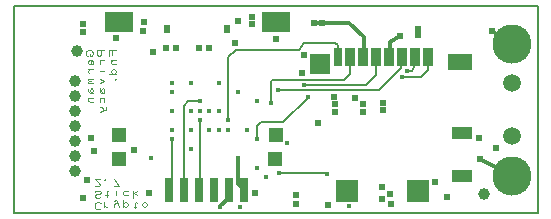
<source format=gbr>
%FSLAX23Y23*%
%MOIN*%
G04 EasyPC Gerber Version 17.0 Build 3379 *
%ADD146R,0.02126X0.03150*%
%ADD143R,0.02559X0.08465*%
%ADD141R,0.02953X0.06299*%
%ADD138R,0.03346X0.06299*%
%ADD144R,0.04724X0.05118*%
%ADD139R,0.06575X0.07087*%
%ADD136C,0.00394*%
%ADD22C,0.00500*%
%ADD92C,0.00590*%
%ADD91C,0.01200*%
%ADD90C,0.01600*%
%ADD88C,0.01772*%
%ADD89C,0.02400*%
%ADD85C,0.03937*%
%ADD87C,0.03937*%
%ADD82C,0.05918*%
%ADD81C,0.13055*%
%ADD137R,0.06693X0.03937*%
%ADD140R,0.08071X0.05315*%
%ADD145R,0.09449X0.06693*%
%ADD142R,0.07480X0.07283*%
X0Y0D02*
D02*
D22*
X1844Y228D02*
X98D01*
Y918*
X1844*
Y228*
D02*
D81*
X1758Y353D03*
Y793D03*
D02*
D82*
Y484D03*
Y662D03*
D02*
D85*
X307Y767D03*
X1665Y290D03*
D02*
D87*
X303Y369D03*
Y419D03*
Y469D03*
Y519D03*
Y569D03*
Y619D03*
Y669D03*
D02*
D88*
X624Y474D03*
Y505D03*
Y568D03*
Y663D03*
X626Y633D03*
X687Y442D03*
Y505D03*
Y568D03*
Y663D03*
X718Y568D03*
X750Y505D03*
Y568D03*
X781Y505D03*
Y568D03*
Y663D03*
X813Y505D03*
X844Y411D03*
Y631D03*
X876Y505D03*
X907Y379D03*
Y474D03*
Y600D03*
X939Y348D03*
X982Y363D03*
X1010Y462D03*
X1077Y615D03*
X1143Y359D03*
D02*
D89*
X328Y277D03*
X330Y832D03*
Y857D03*
X342Y338D03*
X354Y479D03*
X366Y436D03*
X439Y812D03*
X498Y438D03*
X527Y834D03*
X531Y865D03*
X549Y294D03*
X563Y765D03*
X604Y779D03*
X640D03*
X714D03*
X748D03*
X836Y796D03*
X846Y867D03*
X891Y857D03*
Y881D03*
X901Y294D03*
X972Y808D03*
X1039Y259D03*
Y287D03*
X1059Y696D03*
X1065Y755D03*
X1100Y863D03*
X1112Y529D03*
X1126Y863D03*
X1145Y255D03*
X1165Y615D03*
X1167Y590D03*
X1169Y564D03*
X1234Y611D03*
X1262Y566D03*
Y590D03*
X1325Y275D03*
Y314D03*
X1328Y570D03*
X1330Y596D03*
X1352Y290D03*
X1354Y259D03*
X1386Y818D03*
X1445Y820D03*
Y842D03*
X1502Y332D03*
X1543Y281D03*
X1649Y479D03*
X1651Y408D03*
X1691Y835D03*
X1704Y446D03*
D02*
D90*
X555Y411D03*
X718Y537D03*
Y600D03*
X785Y249D03*
X813Y537D03*
X852Y247D03*
X954Y594D03*
X978Y637D03*
X1065Y655D03*
X1214Y251D03*
X1391Y680D03*
X1407Y702D03*
D02*
D91*
X815Y305D02*
X817D01*
Y281*
X785Y250*
Y249*
X844Y411D02*
Y325D01*
X865Y305*
X1100Y863D02*
X1126D01*
X1216*
X1264Y816*
Y755*
X1262Y753*
X1264*
Y748*
X1262*
X1348D02*
X1350D01*
Y755*
X1348*
X1352Y797*
X1386Y818*
X1651Y408D02*
X1758Y353D01*
Y793D02*
X1691Y835D01*
D02*
D92*
X624Y474D02*
Y313D01*
X615Y305*
X718Y537D02*
Y305D01*
X715*
X718Y600D02*
X679D01*
X665Y586*
Y393*
X665Y393*
Y305*
X954Y594D02*
Y666D01*
X960Y672*
X1199*
X1218Y692*
Y737*
X1219Y748*
X978Y637D02*
X1315D01*
X1390Y712*
Y751*
X1392Y748*
X982Y363D02*
X1140D01*
X1143Y359*
X1065Y655D02*
X1271D01*
X1305Y688*
Y748*
X1305*
X1077Y615D02*
Y613D01*
X996Y533*
X921*
X907Y519*
Y474*
X1177Y748D02*
X1177D01*
Y787*
X1167Y796*
X1065*
X1048Y773*
X837*
X813Y749*
Y537*
X1391Y680D02*
X1454D01*
X1478Y704*
Y706*
X1478Y763*
Y748*
X1407Y702D02*
X1425D01*
X1435Y722*
Y762*
X1435Y748*
D02*
D136*
X388Y261D02*
X386Y263D01*
X382Y265*
X376*
X372Y263*
X370Y261*
X368Y257*
Y249*
X370Y245*
X372Y243*
X376Y241*
X382*
X386Y243*
X388Y245*
X399Y265D02*
Y249D01*
Y255D02*
X401Y251D01*
X405Y249*
X409*
X413Y251*
X431Y249D02*
X433Y257D01*
X437Y261*
X441*
X445Y257*
X447Y249*
X445Y257D02*
X443Y265D01*
X441Y269*
X437Y271*
X433Y269*
X462Y249D02*
Y271D01*
Y259D02*
X464Y263D01*
X468Y265*
X472*
X476Y263*
X478Y259*
Y255*
X476Y251*
X472Y249*
X468*
X464Y251*
X462Y255*
Y259*
X498Y249D02*
X506D01*
X502Y245D02*
Y263D01*
X504Y265*
X506*
X508Y263*
X525Y259D02*
X527Y263D01*
X531Y265*
X535*
X539Y263*
X541Y259*
Y255*
X539Y251*
X535Y249*
X531*
X527Y251*
X525Y255*
Y259*
X368Y297D02*
X370Y301D01*
X374Y303*
X382*
X386Y301*
X388Y297*
X386Y293*
X382Y291*
X374*
X370Y289*
X368Y285*
X370Y281*
X374Y279*
X382*
X386Y281*
X388Y285*
X403Y287D02*
X411D01*
X407Y283D02*
Y301D01*
X409Y303*
X411*
X413Y301*
X439Y303D02*
Y287D01*
Y281D02*
X478Y289*
X474Y287D01*
X468*
X464Y289*
X462Y293*
Y297*
X464Y301*
X468Y303*
X474*
X478Y301*
X494Y303D02*
Y279D01*
Y295D02*
X500D01*
X510Y287*
X500Y295D02*
X510Y303D01*
X384Y340D02*
X368D01*
X382Y327*
X384Y323*
X382Y319*
X378Y317*
X372*
X368Y319*
X401Y340D02*
X403Y339D01*
X401Y337*
X399Y339*
X401Y340*
X431D02*
X447Y317D01*
X431*
X352Y757D02*
Y751D01*
X354*
X358Y753*
X360Y755*
X362Y759*
Y763*
X360Y767*
X358Y769*
X354Y771*
X346*
X342Y769*
X340Y767*
X338Y763*
Y759*
X340Y755*
X342Y753*
X346Y751*
X360Y724D02*
X362Y726D01*
Y729*
Y733*
X360Y737*
X356Y739*
X350*
X348Y737*
X346Y733*
Y729*
X348Y726*
X350Y724*
X352*
X354Y726*
X356Y729*
Y733*
X354Y737*
X352Y739*
X362Y708D02*
X346D01*
X352D02*
X348Y706D01*
X346Y702*
Y698*
X348Y694*
X362Y676D02*
X346D01*
X348D02*
X346Y674D01*
Y670*
X348Y668*
X354*
X348D02*
X346Y666D01*
Y663*
X348Y661*
X362*
X348Y645D02*
X346Y641D01*
Y635*
X348Y631*
X352Y629*
X358*
X360Y631*
X362Y635*
Y639*
X360Y643*
X358Y645*
X356*
X354Y643*
X352Y639*
Y635*
X354Y631*
X356Y629*
X358D02*
X362D01*
Y613D02*
X346D01*
X352D02*
X348Y611D01*
X346Y607*
Y603*
X348Y600*
X352Y598*
X362*
X400Y771D02*
X376D01*
Y757*
X378Y753*
X382Y751*
X386Y753*
X388Y757*
Y771*
X400Y739D02*
X384D01*
X390D02*
X386Y737D01*
X384Y733*
Y729*
X386Y726*
X400Y700D02*
X384D01*
X378D02*
X384Y676*
X400Y668D01*
X384Y661*
X386Y645D02*
X384Y641D01*
Y635*
X386Y631*
X390Y629*
X396*
X398Y631*
X400Y635*
Y639*
X398Y643*
X396Y645*
X394*
X392Y643*
X390Y639*
Y635*
X392Y631*
X394Y629*
X396D02*
X400D01*
X386Y598D02*
X384Y602D01*
Y607*
X386Y611*
X390Y613*
X394*
X398Y611*
X400Y607*
Y602*
X398Y598*
X384Y582D02*
X392Y580D01*
X396Y576*
Y572*
X392Y568*
X384Y566*
X392Y568D02*
X400Y570D01*
X404Y572*
X406Y576*
X404Y580*
X438Y771D02*
X414D01*
Y751*
X426Y755D02*
Y771D01*
X438Y739D02*
X422D01*
X428D02*
X424Y737D01*
X422Y733*
Y729*
X424Y726*
X428Y724*
X438*
X428Y692D02*
X424Y694D01*
X422Y698*
Y702*
X424Y706*
X428Y708*
X432*
X436Y706*
X438Y702*
Y698*
X436Y694*
X432Y692*
X438D02*
X414D01*
X438Y674D02*
X436Y672D01*
X434Y674*
X436Y676*
X438Y674*
D02*
D137*
X1591Y350D03*
Y496D03*
D02*
D138*
X1219Y748D03*
X1262D03*
X1305D03*
X1348D03*
X1392D03*
X1435D03*
X1478D03*
D02*
D139*
X1119Y724D03*
D02*
D140*
X1585Y733D03*
D02*
D141*
X1177Y748D03*
D02*
D142*
X1209Y302D03*
X1444D03*
D02*
D143*
X615Y305D03*
X665D03*
X715D03*
X765D03*
X815D03*
X865D03*
D02*
D144*
X448Y408D03*
Y487D03*
X970Y408D03*
X971Y487D03*
D02*
D145*
X450Y864D03*
X971Y864D03*
D02*
D146*
X609Y840D03*
X809D03*
X0Y0D02*
M02*

</source>
